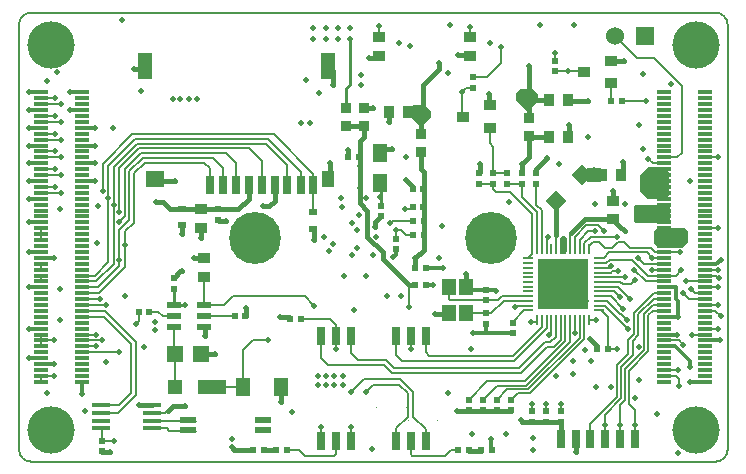
<source format=gtl>
%FSLAX44Y44*%
%MOMM*%
G71*
G01*
G75*
G04 Layer_Physical_Order=1*
G04 Layer_Color=255*
%ADD10R,1.5000X0.4000*%
%ADD11R,0.6000X0.5000*%
%ADD12R,1.2000X1.6000*%
%ADD13R,0.5000X0.6000*%
%ADD14R,1.3970X1.3970*%
%ADD15R,1.2700X0.5080*%
%ADD16R,1.0160X0.8890*%
%ADD17R,0.8890X1.0160*%
%ADD18P,1.8385X4X90.0*%
%ADD19R,0.7000X0.6000*%
%ADD20R,1.4000X0.6000*%
%ADD21R,0.8000X1.6000*%
%ADD22R,1.2500X0.3000*%
%ADD23R,1.2000X1.4000*%
%ADD24R,1.2000X2.2000*%
%ADD25R,1.6000X1.4000*%
%ADD26R,1.1000X1.4000*%
%ADD27R,0.7000X1.6000*%
%ADD28R,1.0668X0.8128*%
G04:AMPARAMS|DCode=29|XSize=0.22mm|YSize=0.8mm|CornerRadius=0mm|HoleSize=0mm|Usage=FLASHONLY|Rotation=180.000|XOffset=0mm|YOffset=0mm|HoleType=Round|Shape=RoundedRectangle|*
%AMROUNDEDRECTD29*
21,1,0.2200,0.8000,0,0,180.0*
21,1,0.2200,0.8000,0,0,180.0*
1,1,0.0000,-0.1100,0.4000*
1,1,0.0000,0.1100,0.4000*
1,1,0.0000,0.1100,-0.4000*
1,1,0.0000,-0.1100,-0.4000*
%
%ADD29ROUNDEDRECTD29*%
%ADD30R,4.3000X4.3000*%
G04:AMPARAMS|DCode=31|XSize=0.22mm|YSize=0.8mm|CornerRadius=0mm|HoleSize=0mm|Usage=FLASHONLY|Rotation=270.000|XOffset=0mm|YOffset=0mm|HoleType=Round|Shape=RoundedRectangle|*
%AMROUNDEDRECTD31*
21,1,0.2200,0.8000,0,0,270.0*
21,1,0.2200,0.8000,0,0,270.0*
1,1,0.0000,-0.4000,-0.1100*
1,1,0.0000,-0.4000,0.1100*
1,1,0.0000,0.4000,0.1100*
1,1,0.0000,0.4000,-0.1100*
%
%ADD31ROUNDEDRECTD31*%
%ADD32R,0.8128X0.8128*%
%ADD33R,0.7600X1.5200*%
%ADD34R,1.2954X1.6002*%
%ADD35R,1.2000X1.2500*%
%ADD36R,2.4000X1.2500*%
%ADD37C,0.4000*%
%ADD38C,0.2000*%
%ADD39C,0.1270*%
%ADD40C,0.2540*%
%ADD41C,0.6000*%
%ADD42C,0.3000*%
%ADD43R,1.3000X1.2000*%
%ADD44C,0.0254*%
%ADD45C,1.5240*%
%ADD46R,1.5240X1.5240*%
G04:AMPARAMS|DCode=47|XSize=4mm|YSize=4mm|CornerRadius=2mm|HoleSize=0mm|Usage=FLASHONLY|Rotation=0.000|XOffset=0mm|YOffset=0mm|HoleType=Round|Shape=RoundedRectangle|*
%AMROUNDEDRECTD47*
21,1,4.0000,0.0000,0,0,0.0*
21,1,0.0000,4.0000,0,0,0.0*
1,1,4.0000,0.0000,0.0000*
1,1,4.0000,0.0000,0.0000*
1,1,4.0000,0.0000,0.0000*
1,1,4.0000,0.0000,0.0000*
%
%ADD47ROUNDEDRECTD47*%
%ADD48C,0.5000*%
%ADD49C,4.4000*%
G36*
X251022Y27500D02*
X251530Y27000D01*
X251530Y12500D01*
X251030Y12000D01*
X222000Y12000D01*
X220657Y13343D01*
X220657Y26657D01*
X221500Y27500D01*
X251022Y27500D01*
D02*
G37*
G36*
X266198Y4802D02*
Y-3802D01*
X261000Y-9000D01*
X242000D01*
X238000Y-5000D01*
Y5000D01*
X240500Y7500D01*
X263500D01*
X266198Y4802D01*
D02*
G37*
G36*
X250528Y54472D02*
Y35999D01*
X247029Y32500D01*
X232500D01*
X226000Y39000D01*
Y52445D01*
X232555Y59000D01*
X246000D01*
X250528Y54472D01*
D02*
G37*
G36*
X139158Y121158D02*
Y115158D01*
X130970Y106970D01*
X130030D01*
X121000Y116000D01*
Y122000D01*
X124000Y125000D01*
X135316D01*
X139158Y121158D01*
D02*
G37*
G36*
X49000Y107000D02*
Y102000D01*
X42000Y95000D01*
X38650D01*
X31000Y102650D01*
Y109000D01*
X34000Y112000D01*
X44000D01*
X49000Y107000D01*
D02*
G37*
D10*
X-230500Y-162000D02*
D03*
Y-155500D02*
D03*
Y-149000D02*
D03*
Y-142500D02*
D03*
X-187500D02*
D03*
Y-149000D02*
D03*
Y-155500D02*
D03*
Y-162000D02*
D03*
D11*
X-169000Y-34500D02*
D03*
Y-43500D02*
D03*
X18892Y-10367D02*
D03*
Y-1367D02*
D03*
X125730Y54230D02*
D03*
Y45230D02*
D03*
X89482D02*
D03*
Y54230D02*
D03*
X118356Y-72500D02*
D03*
Y-81500D02*
D03*
X101424Y45230D02*
D03*
Y54230D02*
D03*
X113444Y45230D02*
D03*
Y54230D02*
D03*
X95130Y-64621D02*
D03*
Y-73621D02*
D03*
X95049Y-53566D02*
D03*
Y-44566D02*
D03*
X137797Y45230D02*
D03*
Y54230D02*
D03*
X-230000Y-181500D02*
D03*
Y-172500D02*
D03*
X-131268Y23606D02*
D03*
Y14606D02*
D03*
X6172Y26490D02*
D03*
Y17490D02*
D03*
X146440Y-156310D02*
D03*
Y-147310D02*
D03*
X134440Y-156310D02*
D03*
Y-147310D02*
D03*
X158610Y-156310D02*
D03*
Y-147310D02*
D03*
X84000Y135500D02*
D03*
Y126500D02*
D03*
X154000Y149500D02*
D03*
Y140500D02*
D03*
X81000Y-137500D02*
D03*
Y-146500D02*
D03*
X93000Y-137500D02*
D03*
Y-146500D02*
D03*
X105000Y-137500D02*
D03*
Y-146500D02*
D03*
X117000Y-137500D02*
D03*
Y-146500D02*
D03*
D12*
X-78000Y-127000D02*
D03*
X-110000D02*
D03*
D13*
X-117500Y-67000D02*
D03*
X-108500D02*
D03*
X-198500Y-63000D02*
D03*
X-189500D02*
D03*
X-61500Y-69000D02*
D03*
X-70500D02*
D03*
X-12208Y67728D02*
D03*
X-21208D02*
D03*
X35568Y-25812D02*
D03*
X44568D02*
D03*
X42551Y1418D02*
D03*
X33551D02*
D03*
X80953Y-180474D02*
D03*
X71953D02*
D03*
X91500D02*
D03*
X100500D02*
D03*
X-82053D02*
D03*
X-73053D02*
D03*
X-92600D02*
D03*
X-101600D02*
D03*
X198500Y-95000D02*
D03*
X189500D02*
D03*
X201500Y115000D02*
D03*
X210500D02*
D03*
X42551Y13662D02*
D03*
X33551D02*
D03*
X42403Y25493D02*
D03*
X33403D02*
D03*
X33500Y41000D02*
D03*
X42500D02*
D03*
X35568Y-40517D02*
D03*
X44568D02*
D03*
D14*
X-167795Y-99000D02*
D03*
X-146205D02*
D03*
D15*
X-169000Y-57500D02*
D03*
Y-67000D02*
D03*
Y-76500D02*
D03*
X-143000D02*
D03*
Y-67000D02*
D03*
Y-57500D02*
D03*
D16*
X203000Y14999D02*
D03*
Y31001D02*
D03*
X-146000Y7999D02*
D03*
Y24001D02*
D03*
X81730Y153499D02*
D03*
Y169501D02*
D03*
X5000Y153499D02*
D03*
Y169501D02*
D03*
X-143000Y-17999D02*
D03*
Y-34001D02*
D03*
D17*
X148999Y85000D02*
D03*
X165001D02*
D03*
X193999Y53000D02*
D03*
X210001D02*
D03*
X12999Y106000D02*
D03*
X29001D02*
D03*
X148999Y116000D02*
D03*
X165001D02*
D03*
D18*
X155000Y31000D02*
D03*
X177000Y53000D02*
D03*
D19*
X-162000Y24100D02*
D03*
Y9900D02*
D03*
X-51000Y6900D02*
D03*
Y21100D02*
D03*
D20*
X-156500Y-163200D02*
D03*
X-93500D02*
D03*
Y-154800D02*
D03*
X-156500D02*
D03*
D21*
X221250Y-171000D02*
D03*
X208750D02*
D03*
X196250D02*
D03*
X183750D02*
D03*
X171250D02*
D03*
X158750D02*
D03*
D22*
X246450Y122500D02*
D03*
X280950D02*
D03*
X246450Y117500D02*
D03*
X280950D02*
D03*
Y112500D02*
D03*
X246450D02*
D03*
X280950Y42500D02*
D03*
X246450D02*
D03*
X280950Y47500D02*
D03*
X246450D02*
D03*
X280950Y52500D02*
D03*
X246450D02*
D03*
X280950Y57500D02*
D03*
X246450D02*
D03*
X280950Y62500D02*
D03*
X246450D02*
D03*
X280950Y67500D02*
D03*
X246450D02*
D03*
Y107500D02*
D03*
X280950D02*
D03*
X246450Y102500D02*
D03*
X280950D02*
D03*
X246450Y97500D02*
D03*
X280950D02*
D03*
X246450Y92500D02*
D03*
X280950D02*
D03*
X246450Y87500D02*
D03*
X280950D02*
D03*
X246450Y82500D02*
D03*
X280950D02*
D03*
X246450Y77500D02*
D03*
X280950D02*
D03*
Y72500D02*
D03*
X246450D02*
D03*
Y-77500D02*
D03*
X280950D02*
D03*
Y-72500D02*
D03*
X246450D02*
D03*
X280950Y-67500D02*
D03*
X246450D02*
D03*
X280950Y-62500D02*
D03*
X246450D02*
D03*
X280950Y-57500D02*
D03*
X246450D02*
D03*
X280950Y-52500D02*
D03*
X246450D02*
D03*
X280950Y-47500D02*
D03*
X246450D02*
D03*
X280950Y-42500D02*
D03*
X246450D02*
D03*
Y-82500D02*
D03*
X280950D02*
D03*
X246450Y-87500D02*
D03*
X280950D02*
D03*
X246450Y-92500D02*
D03*
X280950D02*
D03*
X246450Y-97500D02*
D03*
X280950D02*
D03*
X246450Y-102500D02*
D03*
X280950D02*
D03*
X246450Y-107500D02*
D03*
X280950D02*
D03*
X246450Y-112500D02*
D03*
X280950D02*
D03*
Y-117500D02*
D03*
X246450D02*
D03*
X280950Y-122500D02*
D03*
X246450D02*
D03*
Y-37500D02*
D03*
X280950D02*
D03*
Y-32500D02*
D03*
X246450D02*
D03*
X280950Y-27500D02*
D03*
X246450D02*
D03*
X280950Y-22500D02*
D03*
X246450D02*
D03*
X280950Y-17500D02*
D03*
X246450D02*
D03*
X280950Y-12500D02*
D03*
X246450D02*
D03*
X280950Y-7500D02*
D03*
X246450D02*
D03*
X280950Y-2500D02*
D03*
X246450D02*
D03*
Y37500D02*
D03*
X280950D02*
D03*
X246450Y32500D02*
D03*
X280950D02*
D03*
X246450Y27500D02*
D03*
X280950D02*
D03*
X246450Y22500D02*
D03*
X280950D02*
D03*
X246450Y17500D02*
D03*
X280950D02*
D03*
X246450Y12500D02*
D03*
X280950D02*
D03*
X246450Y7500D02*
D03*
X280950D02*
D03*
Y2500D02*
D03*
X246450D02*
D03*
X-280950Y2500D02*
D03*
Y7500D02*
D03*
Y12500D02*
D03*
Y17500D02*
D03*
Y22500D02*
D03*
Y27500D02*
D03*
Y32500D02*
D03*
Y37500D02*
D03*
Y-2500D02*
D03*
Y-7500D02*
D03*
Y-12500D02*
D03*
Y-17500D02*
D03*
Y-22500D02*
D03*
Y-27500D02*
D03*
Y-32500D02*
D03*
Y-37500D02*
D03*
Y-122500D02*
D03*
Y-117500D02*
D03*
Y-112500D02*
D03*
Y-107500D02*
D03*
Y-102500D02*
D03*
Y-97500D02*
D03*
Y-92500D02*
D03*
Y-87500D02*
D03*
Y-82500D02*
D03*
Y-42500D02*
D03*
Y-47500D02*
D03*
Y-52500D02*
D03*
Y-57500D02*
D03*
Y-62500D02*
D03*
Y-67500D02*
D03*
Y-72500D02*
D03*
Y-77500D02*
D03*
Y72500D02*
D03*
Y77500D02*
D03*
Y82500D02*
D03*
Y87500D02*
D03*
Y92500D02*
D03*
Y97500D02*
D03*
Y102500D02*
D03*
Y107500D02*
D03*
Y67500D02*
D03*
Y62500D02*
D03*
Y57500D02*
D03*
Y52500D02*
D03*
Y47500D02*
D03*
Y42500D02*
D03*
Y112500D02*
D03*
Y117500D02*
D03*
Y122500D02*
D03*
X-246450D02*
D03*
Y117500D02*
D03*
Y112500D02*
D03*
Y42500D02*
D03*
Y47500D02*
D03*
Y52500D02*
D03*
Y57500D02*
D03*
Y62500D02*
D03*
Y67500D02*
D03*
Y107500D02*
D03*
Y102500D02*
D03*
Y97500D02*
D03*
Y92500D02*
D03*
Y87500D02*
D03*
Y82500D02*
D03*
Y77500D02*
D03*
Y72500D02*
D03*
Y-77500D02*
D03*
Y-72500D02*
D03*
Y-67500D02*
D03*
Y-62500D02*
D03*
Y-57500D02*
D03*
Y-52500D02*
D03*
Y-47500D02*
D03*
Y-42500D02*
D03*
Y-82500D02*
D03*
Y-87500D02*
D03*
Y-92500D02*
D03*
Y-97500D02*
D03*
Y-102500D02*
D03*
Y-107500D02*
D03*
Y-112500D02*
D03*
Y-117500D02*
D03*
Y-122500D02*
D03*
Y-37500D02*
D03*
Y-32500D02*
D03*
Y-27500D02*
D03*
Y-22500D02*
D03*
Y-17500D02*
D03*
Y-12500D02*
D03*
Y-7500D02*
D03*
Y-2500D02*
D03*
Y37500D02*
D03*
Y32500D02*
D03*
Y27500D02*
D03*
Y22500D02*
D03*
Y17500D02*
D03*
Y12500D02*
D03*
Y7500D02*
D03*
Y2500D02*
D03*
D23*
X63736Y-42611D02*
D03*
Y-64612D02*
D03*
X78736D02*
D03*
Y-42611D02*
D03*
D24*
X-193626Y145198D02*
D03*
X-38539Y145201D02*
D03*
D25*
X-184616Y49201D02*
D03*
D26*
X-38596Y49111D02*
D03*
D27*
X-138659Y44118D02*
D03*
X-127606D02*
D03*
X-116646D02*
D03*
X-105630D02*
D03*
X-94590D02*
D03*
X-83623D02*
D03*
X-72656D02*
D03*
X-61606D02*
D03*
X-50653D02*
D03*
D28*
X98544Y92411D02*
D03*
Y111487D02*
D03*
X75608Y101949D02*
D03*
X201544Y130412D02*
D03*
Y149487D02*
D03*
X178608Y139949D02*
D03*
D29*
X162678Y-70000D02*
D03*
X158678D02*
D03*
X154678D02*
D03*
X150678D02*
D03*
X146678D02*
D03*
X142678D02*
D03*
X138678D02*
D03*
X166678D02*
D03*
X170678D02*
D03*
X174678D02*
D03*
X178678D02*
D03*
X182678D02*
D03*
X142678Y-10000D02*
D03*
X138678D02*
D03*
X146678D02*
D03*
X150678D02*
D03*
X182678D02*
D03*
X178678D02*
D03*
X174678D02*
D03*
X170678D02*
D03*
X166678D02*
D03*
X154678D02*
D03*
X158678D02*
D03*
X162678D02*
D03*
D30*
X160678Y-40000D02*
D03*
D31*
X190678Y-42000D02*
D03*
Y-38000D02*
D03*
Y-34000D02*
D03*
Y-46000D02*
D03*
Y-50000D02*
D03*
Y-54000D02*
D03*
Y-58000D02*
D03*
Y-62000D02*
D03*
Y-30000D02*
D03*
Y-26000D02*
D03*
Y-18000D02*
D03*
Y-22000D02*
D03*
X130678Y-58000D02*
D03*
Y-62000D02*
D03*
Y-54000D02*
D03*
Y-50000D02*
D03*
Y-18000D02*
D03*
Y-22000D02*
D03*
Y-26000D02*
D03*
Y-30000D02*
D03*
Y-34000D02*
D03*
Y-46000D02*
D03*
Y-42000D02*
D03*
Y-38000D02*
D03*
D32*
X40000Y72380D02*
D03*
Y87620D02*
D03*
X-23000Y109620D02*
D03*
Y94380D02*
D03*
X-8000Y109620D02*
D03*
Y94380D02*
D03*
X132000Y85380D02*
D03*
Y100620D02*
D03*
D33*
X44520Y-172450D02*
D03*
X31820D02*
D03*
X19120D02*
D03*
X-18980D02*
D03*
X-31680D02*
D03*
X-44380D02*
D03*
X-44520Y-83550D02*
D03*
X-31820D02*
D03*
X-19120D02*
D03*
X18980D02*
D03*
X31680D02*
D03*
X44363D02*
D03*
D34*
X5811Y45667D02*
D03*
Y71067D02*
D03*
D35*
X-167500Y-126717D02*
D03*
D36*
X-136750D02*
D03*
D37*
X-34000Y129000D02*
Y140662D01*
X-5000Y-0D02*
X8000Y-13000D01*
Y-18553D02*
Y-13000D01*
Y-18553D02*
X29964Y-40517D01*
X171250Y-181750D02*
Y-171000D01*
X125810Y-156310D02*
X134440D01*
X124750Y-155250D02*
X125810Y-156310D01*
X158610Y-170860D02*
X158750Y-171000D01*
X158610Y-170860D02*
Y-156310D01*
X134440D02*
X158610D01*
X-11500Y60837D02*
Y81000D01*
X-8000Y84500D01*
Y94380D01*
X-146205Y-99000D02*
X-134000D01*
X-8000Y109620D02*
X0D01*
X90000Y54748D02*
Y62000D01*
X125730Y54230D02*
Y61730D01*
X154678Y26678D02*
X159000Y31000D01*
X154678Y2033D02*
Y26678D01*
X-92600Y-180474D02*
X-82053D01*
X80953Y-181058D02*
X91500D01*
X-170000Y-143000D02*
X-159000D01*
X-174000Y-147000D02*
X-170000Y-143000D01*
X-114394Y23606D02*
X-105630Y32371D01*
X-131268Y23606D02*
X-114394D01*
X-105630Y32371D02*
Y44118D01*
X29964Y-40517D02*
X35568D01*
X35695Y-25077D02*
Y-18000D01*
X-23000Y94286D02*
X-11892D01*
X35695Y-18000D02*
X42551Y-11145D01*
Y1418D01*
Y13662D01*
X40000Y87620D02*
Y100000D01*
X134000Y116000D02*
X148999D01*
X125730Y61730D02*
X132000Y68000D01*
Y85000D01*
Y85380D01*
Y85000D02*
X146999D01*
X132000Y100620D02*
Y145000D01*
X-177704Y29704D02*
X-172100Y24100D01*
X-184000Y29704D02*
X-177704D01*
X-172100Y24100D02*
X-162000D01*
Y23606D02*
X-131268D01*
X42551Y13662D02*
Y55000D01*
X40000Y57551D02*
Y72380D01*
Y57551D02*
X42551Y55000D01*
X211000Y53999D02*
Y64000D01*
X203000Y31001D02*
Y39000D01*
X202031Y149000D02*
X212000D01*
X169795Y115000D02*
X182000D01*
X165592Y85590D02*
Y94773D01*
X137797Y54230D02*
Y57615D01*
X147377Y67195D01*
X98000Y112031D02*
Y121000D01*
X42000Y111000D02*
Y129000D01*
X55656Y142656D01*
Y147156D01*
X72000Y154000D02*
X81229D01*
X-4000Y152000D02*
X3501D01*
X13270Y97158D02*
Y105729D01*
X9111Y74367D02*
X15811D01*
X-21000Y67935D02*
Y74000D01*
X-83623Y30377D02*
Y44118D01*
X-88000Y26000D02*
X-83623Y30377D01*
X-203000Y142000D02*
X-196824D01*
X-162000Y3000D02*
Y9900D01*
X-146000Y-1000D02*
Y7999D01*
X-177817Y47500D02*
X-168000D01*
X-163500Y-29000D02*
X-162000D01*
X-169000Y-34500D02*
X-163500Y-29000D01*
X-152000Y-18000D02*
X-143001D01*
X-130662Y14000D02*
X-125000D01*
X-79000Y-68000D02*
X-71500D01*
X-108000Y-66500D02*
Y-60000D01*
X-142359Y-83431D02*
Y-77141D01*
X-78000Y-140000D02*
Y-127000D01*
X-229500Y-182000D02*
X-223000D01*
X-198500Y-142500D02*
X-187500D01*
X-120000Y-178000D02*
X-117526Y-180474D01*
X-101600D01*
X71000Y-147000D02*
X116500D01*
X33500Y41000D02*
Y42344D01*
X27422Y48422D02*
X33500Y42344D01*
X1425Y8846D02*
Y12743D01*
X6172Y17490D01*
X-11500Y28500D02*
Y60198D01*
Y28500D02*
X-5000Y22000D01*
X51851Y-65297D02*
X63051D01*
X78736Y-42611D02*
Y-31263D01*
X-50471Y-2529D02*
Y6900D01*
X-93000Y26000D02*
X-88000D01*
X-36555Y51153D02*
Y63160D01*
X-5000Y-0D02*
Y22000D01*
X189500Y-95000D02*
Y-92187D01*
X183313Y-86000D02*
X189500Y-92187D01*
X208269Y9730D02*
X208270D01*
X179134Y15730D02*
X202269D01*
X167293Y3889D02*
X179134Y15730D01*
X208270Y9730D02*
X213000Y5000D01*
X202269Y15730D02*
X208269Y9730D01*
D38*
X-38539Y145201D02*
X-34000Y140662D01*
X236500Y62500D02*
X246450D01*
X233000Y66000D02*
X236500Y62500D01*
X259000Y-126000D02*
Y-120000D01*
X-198500Y-70899D02*
Y-63000D01*
X-201101Y-73500D02*
X-198500Y-70899D01*
X-189500Y-63000D02*
X-182000D01*
X-178000Y-67000D01*
X-169000D01*
X-246450Y-97500D02*
X-215000D01*
X-167795Y-126422D02*
Y-99000D01*
X-172800Y-164200D02*
X-150500D01*
X-187500Y-155500D02*
X-150200D01*
X210500Y115000D02*
X231000D01*
X209657Y-65000D02*
X214828Y-70172D01*
X208657Y-65000D02*
X209657D01*
X197657Y-54000D02*
X208657Y-65000D01*
X190678Y-54000D02*
X197657D01*
X218000Y-40000D02*
X222000Y-36000D01*
X211000Y-40000D02*
X218000D01*
X209000Y-38000D02*
X211000Y-40000D01*
X190678Y-38000D02*
X209000D01*
X-11892Y94286D02*
X-11500Y93893D01*
X246450Y-112500D02*
X258000D01*
X98544Y79456D02*
X101424Y76576D01*
X98544Y79456D02*
Y92411D01*
X120756Y-58000D02*
X130678D01*
X119755Y-59000D02*
X120756Y-58000D01*
X138606Y-72250D02*
X138678Y-72322D01*
X133178Y-72250D02*
X138606D01*
X-143000Y-57500D02*
Y-35001D01*
X-169000Y-97795D02*
Y-76500D01*
X-246450Y-92500D02*
X-234481D01*
X101424Y54230D02*
Y76576D01*
X154000Y140500D02*
X165000D01*
X178608D01*
X154000Y149500D02*
Y156000D01*
X280950Y-32500D02*
X290500D01*
X293000Y-35000D01*
X280950Y-27500D02*
X292000D01*
X256000Y-32500D02*
X260500Y-28000D01*
X249000Y-32500D02*
X256000D01*
X246450Y-12500D02*
X259500D01*
X201000Y-50000D02*
X211500Y-60500D01*
X190678Y-50000D02*
X201000D01*
X231500Y-13000D02*
X236000Y-17500D01*
X199963Y-13000D02*
X231500D01*
X195119Y-17844D02*
X199963Y-13000D01*
X190678Y-30000D02*
X201356D01*
X202356Y-29000D01*
X207000D01*
X220979Y-28000D02*
X230479Y-37500D01*
X180475Y10000D02*
X190000D01*
X195000Y5000D01*
X232500Y-32500D02*
X240975D01*
X229000Y-22500D02*
X246450D01*
X224000Y-17500D02*
X229000Y-22500D01*
X236500Y-17500D02*
X246450D01*
X178678Y-5223D02*
X184401Y500D01*
X206000D01*
X236000Y-27500D02*
X246450D01*
X190678Y-34000D02*
X213000D01*
X265000Y-37500D02*
X280950D01*
X272500Y-47500D02*
X280950D01*
X269000Y-44000D02*
X272500Y-47500D01*
X267500Y-52500D02*
X280950D01*
X262000Y-47000D02*
X267500Y-52500D01*
X190678Y-42000D02*
X207000D01*
X217000Y-52000D01*
X196000Y-58000D02*
X215500Y-77500D01*
X190678Y-58000D02*
X196000D01*
X198500Y-95000D02*
X206000D01*
X193000Y-62000D02*
X198500Y-67500D01*
X190678Y-62000D02*
X193000D01*
X198500Y-95000D02*
Y-67500D01*
X116000Y38000D02*
X134678Y19322D01*
X104000Y38000D02*
X116000D01*
X101424Y40576D02*
X104000Y38000D01*
X101424Y40576D02*
Y45230D01*
X142678Y-10000D02*
Y22636D01*
X138678Y-10000D02*
Y20979D01*
X137797Y27516D02*
X142678Y22636D01*
X137797Y27516D02*
Y45230D01*
X125730Y33927D02*
X138678Y20979D01*
X125730Y33927D02*
Y45230D01*
X134678Y-14000D02*
Y19322D01*
X130678Y-18000D02*
X134678Y-14000D01*
X113444Y45230D02*
X125730D01*
X138833D02*
Y45248D01*
X154678Y-10000D02*
Y2033D01*
X5000Y169501D02*
Y178500D01*
X81730Y169231D02*
Y178230D01*
X34000Y-152000D02*
X44520Y-162520D01*
Y-172450D02*
Y-162520D01*
X23000Y-120000D02*
X34000Y-131000D01*
Y-152000D02*
Y-131000D01*
X-19000Y-172430D02*
X-18980Y-172450D01*
X-19000Y-172430D02*
Y-161000D01*
X-44380Y-172070D02*
Y-161000D01*
X29000Y-152000D02*
Y-132000D01*
X19120Y-161880D02*
X29000Y-152000D01*
X19120Y-172450D02*
Y-161880D01*
X22000Y-125000D02*
X29000Y-132000D01*
X19120Y-174450D02*
Y-172450D01*
X-31680Y-183680D02*
Y-172450D01*
X-33584Y-185584D02*
X-31680Y-183680D01*
X-57416Y-185584D02*
X-33584D01*
X31820Y-183820D02*
Y-172450D01*
Y-183820D02*
X33000Y-185000D01*
X61000D01*
X65526Y-180474D01*
X71953D01*
X-62526D02*
X-57416Y-185584D01*
X-73053Y-180474D02*
X-62526D01*
X-176000Y-149000D02*
X-174000Y-147000D01*
X-187500Y-149000D02*
X-176000D01*
X-187500Y-162000D02*
X-175000D01*
X-172800Y-164200D01*
X-230000Y-172500D02*
X-219500D01*
X-230500Y-149000D02*
X-216343D01*
X-230500Y-142500D02*
X-215500D01*
X-230000Y-172500D02*
Y-162500D01*
X158678Y-86979D02*
Y-70000D01*
X154678Y-84322D02*
Y-70000D01*
X223043Y151257D02*
X237558D01*
X204300Y170000D02*
X223043Y151257D01*
X246450Y67500D02*
X257500D01*
X237558Y151257D02*
X261000Y127815D01*
Y71000D02*
Y127815D01*
X257500Y67500D02*
X261000Y71000D01*
X246450Y-117500D02*
X256500D01*
X259000Y-120000D01*
X204000Y-46000D02*
X209000Y-51000D01*
X190678Y-46000D02*
X204000D01*
X118010Y-100343D02*
X142678Y-75676D01*
X146678Y-10000D02*
Y-1322D01*
X148000Y0D01*
X-12881Y-104119D02*
X10964D01*
X-19120Y-97880D02*
Y-83550D01*
Y-97880D02*
X-12881Y-104119D01*
X18980Y-99868D02*
X24000Y-104888D01*
X18980Y-99868D02*
Y-85550D01*
X44363Y-97363D02*
X47343Y-100343D01*
X44363Y-97363D02*
Y-85550D01*
X-229000Y62000D02*
X-203950Y87050D01*
X-229000Y39000D02*
Y62000D01*
X-224448Y60408D02*
X-201805Y83050D01*
X-224448Y42149D02*
Y60408D01*
X-219938Y59261D02*
X-200148Y79050D01*
X-219938Y27000D02*
Y59261D01*
X-224448Y33000D02*
Y42000D01*
Y-21413D02*
Y33000D01*
X-219938Y-22560D02*
Y27000D01*
X-50653Y21447D02*
Y44118D01*
X-51000Y21100D02*
X-50653Y21447D01*
X-203950Y87050D02*
X-84050D01*
X-50653Y53653D01*
Y44118D02*
Y53653D01*
X-215000Y-19000D02*
Y5976D01*
Y-24407D02*
Y-19000D01*
X-210000Y-7000D02*
Y4765D01*
Y-25064D02*
Y-7000D01*
X-215000Y5976D02*
X-206500Y14476D01*
X-233092Y-42500D02*
X-215000Y-24407D01*
X-210000Y4765D02*
X-202500Y12266D01*
X-232436Y-47500D02*
X-210000Y-25064D01*
X-210500Y17500D02*
Y57385D01*
X-215000Y13000D02*
X-210500Y17500D01*
X-235534Y-32500D02*
X-224448Y-21413D01*
X-215000Y21000D02*
Y58542D01*
X-206500Y14476D02*
Y55728D01*
X-202500Y12266D02*
Y54071D01*
X-234878Y-37500D02*
X-219938Y-22560D01*
X101424Y54230D02*
X113444D01*
X89482Y45230D02*
X101424D01*
X127951Y-62000D02*
X130678D01*
X118356Y-71595D02*
X127951Y-62000D01*
X166678Y-10000D02*
Y1860D01*
X29946Y-40535D02*
X29964Y-40517D01*
X29946Y-59517D02*
Y-40535D01*
X18892Y-1367D02*
Y5974D01*
X15763Y13662D02*
X33551D01*
X14030Y11928D02*
X15763Y13662D01*
X28024Y1418D02*
X33551D01*
X23442Y6000D02*
X28024Y1418D01*
X18917Y6000D02*
X23442D01*
X26500Y24204D02*
X32114D01*
X33403Y25493D01*
X-246450Y-87500D02*
X-229863D01*
X-246450Y-82500D02*
X-234750D01*
X-246450Y-47500D02*
X-232436D01*
X-202500Y54071D02*
X-193521Y63050D01*
X-143316D01*
X-138659Y58394D01*
Y44118D02*
Y58394D01*
X-246450Y-42500D02*
X-233092D01*
X-127606Y44118D02*
Y58524D01*
X-206500Y55728D02*
X-195178Y67050D01*
X-136132D01*
X-127606Y58524D01*
X-116646Y44118D02*
Y62626D01*
X-246340Y-57610D02*
X-226037D01*
X-210500Y57385D02*
X-196835Y71050D01*
X-125070D01*
X-116646Y62626D01*
X-215000Y58542D02*
X-198492Y75050D01*
X-94590Y44118D02*
Y64147D01*
X-246450Y-52500D02*
X-231578D01*
X-198492Y75050D02*
X-105492D01*
X-94590Y64147D01*
X-44520Y-102225D02*
X-38626Y-108119D01*
X-44520Y-102225D02*
Y-85550D01*
X-38626Y-108119D02*
X9307D01*
X-201805Y83050D02*
X-89102D01*
X-200148Y79050D02*
X-90759D01*
X-72656Y44118D02*
Y60947D01*
X-90759Y79050D02*
X-72656Y60947D01*
X-61606Y44118D02*
Y55554D01*
X-89102Y83050D02*
X-61606Y55554D01*
X-246450Y-32500D02*
X-235534D01*
X-246450Y-37500D02*
X-234878D01*
X-280950Y112500D02*
X-264363D01*
X-280003Y117500D02*
X-269250D01*
X-268950D01*
X-280950Y97500D02*
X-264363D01*
X-280003Y102500D02*
X-269250D01*
X-268950D01*
X-280950Y82500D02*
X-264363D01*
X-280003Y87500D02*
X-269250D01*
X-268950D01*
X142678Y-75676D02*
Y-70000D01*
X146678Y-77333D02*
Y-70000D01*
X182678D02*
X188178D01*
X110535Y-54000D02*
X130678D01*
X78736Y-64612D02*
X99923D01*
X110535Y-54000D01*
X105312Y-53566D02*
X108878Y-50000D01*
X95049Y-53566D02*
X105312D01*
X63736Y-52112D02*
Y-42611D01*
Y-52112D02*
X65191Y-53566D01*
X95049D01*
X190678Y-26000D02*
X199699D01*
X201640Y-24059D01*
X-269250Y72500D02*
X-268950D01*
X-280003D02*
X-269250D01*
X230547Y-37546D02*
X246450D01*
X230479Y-37500D02*
X246450D01*
X238500Y-12500D02*
X246450D01*
X182678Y-7322D02*
X186000Y-4000D01*
X182678Y-10000D02*
Y-7322D01*
X174678Y-2168D02*
X181846Y5000D01*
X187979D01*
X170678Y203D02*
X180475Y10000D01*
X178678Y-10000D02*
Y-5223D01*
X170678Y-10000D02*
Y203D01*
X174678Y-10000D02*
Y-2168D01*
X289500Y-62500D02*
X294000Y-67000D01*
X280950Y-62500D02*
X289500D01*
X-280950Y42500D02*
X-269250D01*
X-280950Y37500D02*
X-264363D01*
X-280950Y67500D02*
X-264363D01*
X-280950Y-92500D02*
Y-87500D01*
Y-82500D01*
Y-122500D02*
Y-117500D01*
X280950Y-42500D02*
X280950Y-42500D01*
X132681Y-18000D02*
X132781Y-17900D01*
X130678Y-18000D02*
X132681D01*
X280950Y-57500D02*
X292000D01*
X280950Y-77500D02*
X292000D01*
X280950Y7500D02*
X292000D01*
X-280950Y-27500D02*
Y-22500D01*
Y-37500D02*
Y-32500D01*
Y57500D02*
X-269250D01*
X-280950Y52500D02*
X-264363D01*
X-246450Y-87500D02*
X-245950Y-87000D01*
X-280950Y-87500D02*
X-270806D01*
X-246523Y-122573D02*
X-246450Y-122500D01*
X-280950Y-2500D02*
Y2500D01*
X190678Y-18000D02*
X190778Y-17900D01*
X280950Y-42500D02*
X291900D01*
X270000Y-82500D02*
X280950D01*
X280950Y-82500D01*
X190678Y-22000D02*
X197335D01*
X190778Y-17900D02*
X195110D01*
X195119Y-17891D01*
Y-17844D01*
X280950Y67500D02*
X292000D01*
X170678Y-81188D02*
Y-70000D01*
X108878Y-50000D02*
X130678D01*
X47343Y-100343D02*
X118010D01*
X75000Y123000D02*
X78500Y126500D01*
X84000D01*
X75000Y102557D02*
Y123000D01*
X84000Y135500D02*
X96500D01*
X108230Y147230D01*
Y161230D01*
X-31820Y-94820D02*
Y-83550D01*
X31680Y-94680D02*
Y-83550D01*
X149000Y-83000D02*
X150678Y-81322D01*
Y-70000D01*
X150000Y-89000D02*
X154678Y-84322D01*
X201544Y115044D02*
Y130412D01*
X-18750Y-131000D02*
X-7750Y-120000D01*
X23000D01*
X-6250Y-131000D02*
X-250Y-125000D01*
X22000D01*
X-61500Y-69000D02*
X-36820D01*
X-31820Y-74000D01*
Y-83550D02*
Y-74000D01*
X-143000Y-67000D02*
X-117500D01*
X-280950Y2500D02*
Y7500D01*
X186000Y-4000D02*
X191000D01*
X196000Y-9000D01*
X202000D01*
X207000Y-4000D01*
X212000D01*
X217000Y-9000D01*
X235000D01*
X238500Y-12500D01*
X246450Y-42500D02*
X250000D01*
X-143000Y-57500D02*
X-126500D01*
X-119000Y-50000D01*
X-58000D01*
X-50000Y-58000D01*
X-136750Y-126717D02*
X-111717D01*
X-110000Y-95502D02*
X-101498Y-87000D01*
X-89000D01*
X-110000Y-127000D02*
Y-95502D01*
X-111717Y-126717D02*
X-111000Y-126000D01*
X-246450Y-62500D02*
X-227500D01*
X-246450Y-67500D02*
X-228157D01*
X-216343Y-149000D02*
X-201000Y-133657D01*
Y-89000D01*
X-227500Y-62500D02*
X-201000Y-89000D01*
X-215500Y-142500D02*
X-205000Y-132000D01*
Y-90657D01*
X-228157Y-67500D02*
X-205000Y-90657D01*
X-280950Y-117500D02*
X-270400D01*
X166678Y1860D02*
X168000Y3182D01*
X197335Y-22000D02*
X200335Y-19000D01*
X219000D01*
X232500Y-32500D01*
X152657Y-93000D02*
X158678Y-86979D01*
X24000Y-104888D02*
X119122D01*
X146678Y-77333D01*
X145000Y-89000D02*
X150000D01*
X146657Y-93000D02*
X152657D01*
X10964Y-104119D02*
X17845Y-111000D01*
X123000D01*
X145000Y-89000D01*
X16188Y-115000D02*
X124657D01*
X9307Y-108119D02*
X16188Y-115000D01*
X124657D02*
X146657Y-93000D01*
X-290000Y190000D02*
G03*
X-300000Y180000I0J-10000D01*
G01*
Y-180000D02*
G03*
X-290000Y-190000I10000J0D01*
G01*
X299941Y180000D02*
G03*
X289941Y190000I-10000J0D01*
G01*
Y-190000D02*
G03*
X299941Y-180000I0J10000D01*
G01*
X-290000Y190000D02*
X289941Y190000D01*
X-290000Y-190000D02*
X289941Y-190000D01*
X-300000Y-180000D02*
Y180000D01*
X300000Y-180000D02*
Y180000D01*
X289941Y-190000D02*
G03*
X299941Y-180000I0J10000D01*
G01*
Y180000D02*
G03*
X289941Y190000I-10000J0D01*
G01*
X-300000Y-180000D02*
G03*
X-290000Y-190000I10000J0D01*
G01*
Y190000D02*
G03*
X-300000Y180000I0J-10000D01*
G01*
X300000Y-180000D02*
Y180000D01*
X-300000Y-180000D02*
Y180000D01*
X-290000Y-190000D02*
X289941Y-190000D01*
X-290000Y190000D02*
X289941Y190000D01*
D39*
X216000Y-87000D02*
X221110Y-81890D01*
X216000Y-99000D02*
Y-87000D01*
X206730Y-108270D02*
X216000Y-99000D01*
X220000Y-87625D02*
X224380Y-83244D01*
X220000Y-100000D02*
Y-87625D01*
X210000Y-110000D02*
X220000Y-100000D01*
X206730Y-135270D02*
Y-108270D01*
X210000Y-136624D02*
Y-110000D01*
X213270Y-111730D02*
X229135Y-95865D01*
X213270Y-137979D02*
Y-111730D01*
X216540Y-113084D02*
X233000Y-96624D01*
X216540Y-141540D02*
Y-113084D01*
X229135Y-95865D02*
Y-65241D01*
X233000Y-96624D02*
Y-66000D01*
X158703Y-147217D02*
Y-141183D01*
X146440Y-147310D02*
Y-141440D01*
X134233Y-147103D02*
Y-141183D01*
X221250Y-159000D02*
Y-146250D01*
X158610Y-147310D02*
X158703Y-147217D01*
X221250Y-171000D02*
Y-159000D01*
X208750D02*
Y-142499D01*
X134233Y-147103D02*
X134440Y-147310D01*
X208750Y-171000D02*
Y-159000D01*
X196250D02*
Y-150374D01*
Y-171000D02*
Y-159000D01*
X183750Y-171000D02*
Y-158250D01*
X208750Y-142499D02*
X213270Y-137979D01*
X196250Y-150374D02*
X210000Y-136624D01*
X183750Y-158250D02*
X206730Y-135270D01*
X216540Y-141540D02*
X221250Y-146250D01*
X258500Y-87500D02*
X262000Y-91000D01*
X246450Y-87500D02*
X258500D01*
X233000Y-66000D02*
X236500Y-62500D01*
X229135Y-65241D02*
X236876Y-57500D01*
X236500Y-62500D02*
X246450D01*
X224380Y-83244D02*
Y-65371D01*
X221110Y-81890D02*
Y-64017D01*
X224380Y-65371D02*
X237251Y-52500D01*
X221110Y-64017D02*
X237627Y-47500D01*
X246450D01*
X237251Y-52500D02*
X246450D01*
X236876Y-57500D02*
X246450D01*
X178678Y-85993D02*
Y-70000D01*
X174813Y-85234D02*
Y-70135D01*
X174678Y-70000D02*
X174813Y-70135D01*
X166543Y-88879D02*
Y-70135D01*
X162678Y-88120D02*
Y-70000D01*
X166543Y-70135D02*
X166678Y-70000D01*
X81000Y-137500D02*
X96500Y-122000D01*
X128798D01*
X162678Y-88120D01*
X105000Y-137500D02*
X113500Y-129000D01*
X131046D01*
X174813Y-85234D01*
X129692Y-125730D02*
X166543Y-88879D01*
X104770Y-125730D02*
X129692D01*
X93000Y-137500D02*
X104770Y-125730D01*
X117000Y-137500D02*
X122230Y-132270D01*
X132401D01*
X178678Y-85993D01*
D40*
X-169000Y-57500D02*
Y-43500D01*
X6172Y26490D02*
Y45306D01*
X-23000Y109620D02*
Y126000D01*
X-20000Y129000D01*
Y168000D01*
X-169000Y-57500D02*
X-159500D01*
D41*
X160678Y-11000D02*
Y-1866D01*
D42*
X246450Y-82500D02*
X257000D01*
X268000Y-122500D02*
X280950D01*
X246450Y-67500D02*
X258000D01*
Y-54000D01*
X256346Y-52346D02*
X258000Y-54000D01*
X256346Y-52346D02*
Y-42500D01*
X250000D02*
X256346D01*
X246450Y-92500D02*
X255500D01*
X268000Y-105000D01*
Y-110000D02*
Y-105000D01*
X280950Y-87500D02*
X293500D01*
X280950Y-22500D02*
X290500D01*
X294000Y-19000D01*
X-291500Y122500D02*
X-280950D01*
X-291500Y107500D02*
X-280950D01*
X-291500Y92500D02*
X-280950D01*
X-291500Y77500D02*
X-280950D01*
X-291500Y62500D02*
X-280950D01*
X-291500Y47500D02*
X-280950D01*
X-291500Y32500D02*
X-280950D01*
X-291500Y12500D02*
X-280950D01*
X-291500Y-12500D02*
X-280950D01*
Y-17500D02*
X-270400D01*
X-291500Y-42500D02*
X-280950D01*
X-291500Y-77500D02*
X-280950D01*
X-291500Y-102500D02*
X-280950D01*
Y-107500D02*
X-270400D01*
X-246523Y-133123D02*
Y-122573D01*
X-246450Y47500D02*
X-235900D01*
X-246450Y62500D02*
X-235900D01*
X-246450Y77500D02*
X-235900D01*
X-246450Y92500D02*
X-235900D01*
X-257000Y122500D02*
X-246450D01*
X-257000Y107500D02*
X-246450D01*
X17000Y-17000D02*
X18892Y-15108D01*
Y-10367D01*
X44568Y-25812D02*
X58811D01*
X44568Y-40517D02*
X50720D01*
X80691Y-44566D02*
X95049D01*
X102566D01*
X104000Y-46000D01*
X100000Y-179974D02*
Y-171000D01*
X84500Y-81500D02*
X118356D01*
X95130Y-79000D02*
Y-73621D01*
D43*
X186500Y53000D02*
D03*
D44*
X28993Y-154584D02*
X29000D01*
X2493Y-143984D02*
X2500D01*
X27493D02*
X27500D01*
X53993Y-154584D02*
X54000D01*
D45*
X204300Y170000D02*
D03*
D46*
X229700D02*
D03*
D47*
X273000Y-163000D02*
D03*
X-273000D02*
D03*
X273000Y163000D02*
D03*
X-273000D02*
D03*
D48*
X-276200Y132000D02*
D03*
Y-132000D02*
D03*
X284000Y151000D02*
D03*
X289000Y163000D02*
D03*
X261000Y174000D02*
D03*
X273000Y147000D02*
D03*
X284000Y174000D02*
D03*
X257000Y163000D02*
D03*
X261000Y152000D02*
D03*
X273000Y179000D02*
D03*
X284000Y-175000D02*
D03*
X289000Y-163000D02*
D03*
X261000Y-152000D02*
D03*
X273000Y-179000D02*
D03*
X284000Y-152000D02*
D03*
X257000Y-163000D02*
D03*
X261000Y-174000D02*
D03*
X273000Y-147000D02*
D03*
X-262000Y-175000D02*
D03*
X-257000Y-163000D02*
D03*
X-285000Y-152000D02*
D03*
X-273000Y-179000D02*
D03*
X-262000Y-152000D02*
D03*
X-289000Y-163000D02*
D03*
X-285000Y-174000D02*
D03*
X-273000Y-147000D02*
D03*
X-262000Y151000D02*
D03*
X-257000Y163000D02*
D03*
X-285000Y174000D02*
D03*
X-273000Y147000D02*
D03*
X-262000Y174000D02*
D03*
X-289000Y163000D02*
D03*
X-285000Y152000D02*
D03*
X-273000Y179000D02*
D03*
X-10000Y129000D02*
D03*
X171250Y-181750D02*
D03*
X158703Y-141183D02*
D03*
X221250Y-159000D02*
D03*
X134233Y-141183D02*
D03*
X208750Y-159000D02*
D03*
X146440Y-141183D02*
D03*
X196250Y-159000D02*
D03*
X259000Y-126000D02*
D03*
X201250Y-126587D02*
D03*
X188750D02*
D03*
X63000Y-132000D02*
D03*
X124750Y-155250D02*
D03*
X83663Y-167002D02*
D03*
X112000Y-167000D02*
D03*
X135000Y-180000D02*
D03*
X-185198Y-78802D02*
D03*
X-185000Y-72000D02*
D03*
X-215000Y-97500D02*
D03*
X231000Y115000D02*
D03*
X55656Y147156D02*
D03*
X262000Y-91000D02*
D03*
X-159500Y-57500D02*
D03*
X-134000Y-99000D02*
D03*
X115000Y30000D02*
D03*
X-50000Y-58000D02*
D03*
X-89000Y-87000D02*
D03*
X-201101Y-73500D02*
D03*
X-210000Y-50000D02*
D03*
X-168000Y47500D02*
D03*
X154620Y-118000D02*
D03*
X-197000Y124000D02*
D03*
X-54000Y97000D02*
D03*
X165000Y140500D02*
D03*
X-61477Y97000D02*
D03*
X130000Y112000D02*
D03*
X125000Y120000D02*
D03*
X154000Y156000D02*
D03*
X225000Y-93000D02*
D03*
X45000Y105000D02*
D03*
X40000Y100000D02*
D03*
X-226140Y-105342D02*
D03*
X240000Y-150000D02*
D03*
X260500Y-28000D02*
D03*
X259500Y-12500D02*
D03*
X187000Y56569D02*
D03*
X90000Y62000D02*
D03*
X125730Y61730D02*
D03*
X236000Y-17500D02*
D03*
X195000Y5000D02*
D03*
X207000Y-29000D02*
D03*
X292000Y-27500D02*
D03*
X214828Y-70172D02*
D03*
X213000Y5000D02*
D03*
X169500Y-116000D02*
D03*
X-18750Y-131000D02*
D03*
X-44380Y-161000D02*
D03*
X-19000D02*
D03*
X-6250Y-131000D02*
D03*
X-120000Y-178000D02*
D03*
X-159000Y-143000D02*
D03*
X-219500Y-172500D02*
D03*
X184500Y-104500D02*
D03*
X108230Y161230D02*
D03*
X31500Y161500D02*
D03*
X5000Y178500D02*
D03*
X-51000Y168000D02*
D03*
X-40000D02*
D03*
X-30000D02*
D03*
X-20000D02*
D03*
X-51000Y177000D02*
D03*
X-40000D02*
D03*
X-30000D02*
D03*
X-20000D02*
D03*
X233000Y66000D02*
D03*
X258000Y-112500D02*
D03*
X215500Y-77500D02*
D03*
X206000Y-95000D02*
D03*
X148000Y0D02*
D03*
X-229000Y39000D02*
D03*
X-184000Y29704D02*
D03*
X-210000Y-7000D02*
D03*
X-215000Y-19000D02*
D03*
X-219938Y27000D02*
D03*
X-224448Y33000D02*
D03*
X160632Y-1866D02*
D03*
X29964Y-40517D02*
D03*
X-11206Y60198D02*
D03*
Y41793D02*
D03*
X29946Y-59517D02*
D03*
X35695Y-18000D02*
D03*
X18917Y6000D02*
D03*
X14030Y11928D02*
D03*
X-229863Y-87500D02*
D03*
X-234750Y-82500D02*
D03*
X26500Y24204D02*
D03*
X-226037Y-57610D02*
D03*
X-215000Y13000D02*
D03*
X-231578Y-52500D02*
D03*
X-215000Y21000D02*
D03*
X-162000Y-29000D02*
D03*
X6000Y33577D02*
D03*
X-6000Y33302D02*
D03*
X-12064Y18523D02*
D03*
X-18000Y12000D02*
D03*
X-264363Y112500D02*
D03*
X-269250Y117500D02*
D03*
X-264363Y97500D02*
D03*
X-269250Y102500D02*
D03*
X-264363Y82500D02*
D03*
X-269250Y87500D02*
D03*
X188178Y-70000D02*
D03*
X133178Y-72250D02*
D03*
X149000Y-83000D02*
D03*
X-18000Y-15000D02*
D03*
X-13389Y-9529D02*
D03*
X236000Y-27500D02*
D03*
X222000Y-36000D02*
D03*
X217000Y-52000D02*
D03*
X269000Y-44000D02*
D03*
X265000Y-37500D02*
D03*
X187979Y5000D02*
D03*
X213000Y-34000D02*
D03*
X211500Y-60500D02*
D03*
X209000Y-51000D02*
D03*
X262000Y-47000D02*
D03*
X294000Y-67000D02*
D03*
X0Y-15000D02*
D03*
X-6000Y-32500D02*
D03*
X-34000Y-6000D02*
D03*
X-269250Y72500D02*
D03*
X292000Y-57500D02*
D03*
X270000Y-82500D02*
D03*
X292000Y-77500D02*
D03*
Y-42500D02*
D03*
X119755Y-59000D02*
D03*
X292000Y7500D02*
D03*
X-269250Y42500D02*
D03*
X-264363Y37500D02*
D03*
X-269250Y57500D02*
D03*
X-264363Y52500D02*
D03*
X-270400Y-117500D02*
D03*
Y-87500D02*
D03*
X160632Y-24368D02*
D03*
X176000Y-24000D02*
D03*
X104000Y-46000D02*
D03*
X170678Y-57106D02*
D03*
X257000Y4270D02*
D03*
X225000Y95000D02*
D03*
X258000Y-67500D02*
D03*
X268000Y-110000D02*
D03*
Y-122500D02*
D03*
X294000Y-19000D02*
D03*
X212000Y149000D02*
D03*
X12000Y-50000D02*
D03*
X84500Y-81500D02*
D03*
X211000Y64000D02*
D03*
X293500Y-87500D02*
D03*
X23461Y-50017D02*
D03*
X-265000Y-70000D02*
D03*
Y-44000D02*
D03*
X-232888Y26524D02*
D03*
X-78000Y-140000D02*
D03*
X15811Y74367D02*
D03*
X-14000Y6000D02*
D03*
X-244000Y-147000D02*
D03*
X-125000Y14000D02*
D03*
X-170000Y117000D02*
D03*
X236000Y56000D02*
D03*
X-21000Y74000D02*
D03*
X-223000Y-182000D02*
D03*
X62842Y138730D02*
D03*
X141000Y180000D02*
D03*
X72000Y154000D02*
D03*
X263000Y0D02*
D03*
X293000Y-35000D02*
D03*
X220979Y-28000D02*
D03*
X224000Y-17500D02*
D03*
X236270Y45842D02*
D03*
X257000Y-5000D02*
D03*
X231200Y15298D02*
D03*
X224354D02*
D03*
Y22800D02*
D03*
X231200D02*
D03*
X206000Y500D02*
D03*
X201640Y-24059D02*
D03*
X225000Y-121000D02*
D03*
X71000Y-147000D02*
D03*
X1425Y8846D02*
D03*
X170678Y-81188D02*
D03*
X-40000Y-125000D02*
D03*
X-234556Y-92575D02*
D03*
X81730Y178230D02*
D03*
X236270Y35842D02*
D03*
X-120000Y-171000D02*
D03*
X292000Y67500D02*
D03*
X0Y109620D02*
D03*
X150678Y-57106D02*
D03*
X182000Y115000D02*
D03*
X-79000Y-68000D02*
D03*
X-69000Y-148000D02*
D03*
X-10000Y137112D02*
D03*
X51851Y-65297D02*
D03*
X-265000Y24000D02*
D03*
X-234000Y-5000D02*
D03*
X-198500Y-142500D02*
D03*
X-37765Y-12000D02*
D03*
X-264363Y67500D02*
D03*
X83000Y-95000D02*
D03*
X75000Y123000D02*
D03*
X132000Y145000D02*
D03*
X-31820Y-94820D02*
D03*
X31680Y-94680D02*
D03*
X179500Y-95500D02*
D03*
X-268000Y139998D02*
D03*
X-291500Y122500D02*
D03*
X-203000Y142000D02*
D03*
X-213000Y184000D02*
D03*
X22000Y164230D02*
D03*
X-4000Y152000D02*
D03*
X98730Y164230D02*
D03*
X65000Y180000D02*
D03*
X170000D02*
D03*
X228730Y137842D02*
D03*
X252000Y130000D02*
D03*
X165592Y94773D02*
D03*
X98000Y121000D02*
D03*
X147377Y67195D02*
D03*
X203000Y39000D02*
D03*
X258000Y-183000D02*
D03*
X135000Y-170000D02*
D03*
X-1000Y-179000D02*
D03*
X-142359Y-83431D02*
D03*
X-108000Y-60000D02*
D03*
X-146000Y-1000D02*
D03*
X-162000Y3000D02*
D03*
X-152000Y-18000D02*
D03*
X-50471Y-2529D02*
D03*
X180500Y-54500D02*
D03*
X13270Y97158D02*
D03*
X42551Y55000D02*
D03*
X169500Y-105000D02*
D03*
X230000Y41000D02*
D03*
Y51000D02*
D03*
X228000Y75000D02*
D03*
X182000Y85000D02*
D03*
X257000Y-82500D02*
D03*
X222000Y-136000D02*
D03*
X-36555Y63160D02*
D03*
X-57000Y133000D02*
D03*
X-46000Y122000D02*
D03*
X-34000Y129000D02*
D03*
X-163270Y117000D02*
D03*
X-156270D02*
D03*
X-291500Y107500D02*
D03*
Y92500D02*
D03*
Y77500D02*
D03*
Y62500D02*
D03*
Y47500D02*
D03*
Y32500D02*
D03*
Y12500D02*
D03*
Y-12500D02*
D03*
X-270400Y-17500D02*
D03*
X-291500Y-42500D02*
D03*
Y-77500D02*
D03*
Y-102500D02*
D03*
X-270400Y-107500D02*
D03*
X-246523Y-133123D02*
D03*
X-235900Y47500D02*
D03*
Y62500D02*
D03*
Y77500D02*
D03*
Y92500D02*
D03*
X-257000Y122500D02*
D03*
Y107500D02*
D03*
X-33000Y-118000D02*
D03*
X-47000D02*
D03*
X-40000D02*
D03*
X-47000Y-125000D02*
D03*
X-33000D02*
D03*
X-26000D02*
D03*
Y-118000D02*
D03*
X27422Y48422D02*
D03*
X27343Y67657D02*
D03*
X17000Y-17000D02*
D03*
X55933Y-18067D02*
D03*
X58811Y-25812D02*
D03*
X-16000Y-62000D02*
D03*
X50720Y-40517D02*
D03*
X78736Y-31263D02*
D03*
X-25000Y-33000D02*
D03*
X-93000Y26000D02*
D03*
X-194442Y-93174D02*
D03*
X-42079Y0D02*
D03*
X-149000Y117000D02*
D03*
X-220676Y92500D02*
D03*
X-26500Y25500D02*
D03*
X-27000Y33000D02*
D03*
X188000Y28000D02*
D03*
X213000D02*
D03*
X100000Y-171000D02*
D03*
X2695Y83D02*
D03*
X183313Y-86000D02*
D03*
X157000Y62000D02*
D03*
X57877Y9123D02*
D03*
X268040Y47700D02*
D03*
X187000Y49431D02*
D03*
D49*
X100000Y-1000D02*
D03*
X-100000D02*
D03*
M02*

</source>
